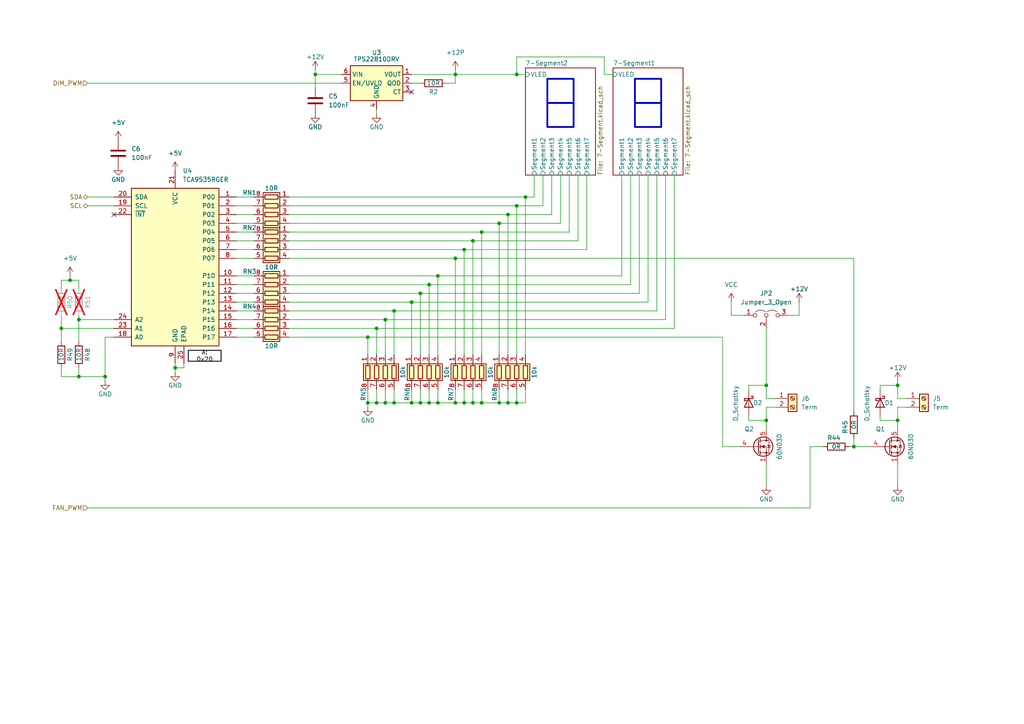
<source format=kicad_sch>
(kicad_sch (version 20231120) (generator "eeschema") (generator_version "8.0")
  (paper "A4")
  (title_block (title "PWM LED Driver") (date "2024-11-11") (rev "00") (company "Ravenspark") (comment 1 "Prototype"))
  (lib_symbols
    (symbol "Connector:Screw_Terminal_01x02" (pin_names (offset 1.016) hide)
      (property "Reference" "J" (at 0 2.54 0))
      (property "Value" "Screw_Terminal_01x02" (at 0 -5.08 0))
      (symbol "Screw_Terminal_01x02_1_1"
        (rectangle (start -1.27 1.27) (end 1.27 -3.81) (stroke (width 0.254)) (fill (type background)))
        (circle (center 0 -2.54) (radius 0.635) (stroke (width 0.1524)))
        (polyline (pts (xy -0.5334 -2.2098) (xy 0.3302 -3.048)) (stroke (width 0.1524)))
        (polyline (pts (xy -0.5334 0.3302) (xy 0.3302 -0.508)) (stroke (width 0.1524)))
        (polyline (pts (xy -0.3556 -2.032) (xy 0.508 -2.8702)) (stroke (width 0.1524)))
        (polyline (pts (xy -0.3556 0.508) (xy 0.508 -0.3302)) (stroke (width 0.1524)))
        (circle (center 0 0) (radius 0.635) (stroke (width 0.1524)))
        (pin passive line (at -5.08 0 0) (length 3.81) (name "Pin_1") (number "1"))
        (pin passive line (at -5.08 -2.54 0) (length 3.81) (name "Pin_2") (number "2"))
      )
    )
    (symbol "Device:C" (pin_numbers hide) (pin_names (offset 0.254))
      (property "Reference" "C" (at 0.635 2.54 0))
      (property "Value" "C" (at 0.635 -2.54 0))
      (symbol "C_0_1"
        (polyline (pts (xy -2.032 -0.762) (xy 2.032 -0.762)) (stroke (width 0.508)))
        (polyline (pts (xy -2.032 0.762) (xy 2.032 0.762)) (stroke (width 0.508)))
      )
      (symbol "C_1_1"
        (pin passive line (at 0 3.81 270) (length 2.794) (name "~") (number "1"))
        (pin passive line (at 0 -3.81 90) (length 2.794) (name "~") (number "2"))
      )
    )
    (symbol "Device:D_Schottky" (pin_numbers hide) (pin_names (offset 1.016) hide)
      (property "Reference" "D" (at 0 2.54 0))
      (property "Value" "D_Schottky" (at 0 -2.54 0))
      (symbol "D_Schottky_0_1"
        (polyline (pts (xy 1.27 0) (xy -1.27 0)))
        (polyline (pts (xy 1.27 1.27) (xy 1.27 -1.27) (xy -1.27 0) (xy 1.27 1.27)) (stroke (width 0.254)))
        (polyline (pts (xy -1.905 0.635) (xy -1.905 1.27) (xy -1.27 1.27) (xy -1.27 -1.27) (xy -0.635 -1.27) (xy -0.635 -0.635)) (stroke (width 0.254)))
      )
      (symbol "D_Schottky_1_1"
        (pin passive line (at -3.81 0 0) (length 2.54) (name "K") (number "1"))
        (pin passive line (at 3.81 0 180) (length 2.54) (name "A") (number "2"))
      )
    )
    (symbol "Device:R" (pin_numbers hide) (pin_names (offset 0))
      (property "Reference" "R" (at 2.032 0 90))
      (property "Value" "R" (at 0 0 90))
      (symbol "R_0_1"
        (rectangle (start -1.016 -2.54) (end 1.016 2.54) (stroke (width 0.254)))
      )
      (symbol "R_1_1"
        (pin passive line (at 0 3.81 270) (length 1.27) (name "~") (number "1"))
        (pin passive line (at 0 -3.81 90) (length 1.27) (name "~") (number "2"))
      )
    )
    (symbol "Device:R_Pack04" (pin_names (offset 0) hide)
      (property "Reference" "RN" (at -7.62 0 90))
      (property "Value" "R_Pack04" (at 5.08 0 90))
      (symbol "R_Pack04_0_1"
        (rectangle (start -6.35 -2.413) (end 3.81 2.413) (stroke (width 0.254)) (fill (type background)))
        (rectangle (start -5.715 1.905) (end -4.445 -1.905) (stroke (width 0.254)))
        (rectangle (start -3.175 1.905) (end -1.905 -1.905) (stroke (width 0.254)))
        (rectangle (start -0.635 1.905) (end 0.635 -1.905) (stroke (width 0.254)))
        (polyline (pts (xy -5.08 -2.54) (xy -5.08 -1.905)))
        (polyline (pts (xy -5.08 1.905) (xy -5.08 2.54)))
        (polyline (pts (xy -2.54 -2.54) (xy -2.54 -1.905)))
        (polyline (pts (xy -2.54 1.905) (xy -2.54 2.54)))
        (polyline (pts (xy 0 -2.54) (xy 0 -1.905)))
        (polyline (pts (xy 0 1.905) (xy 0 2.54)))
        (polyline (pts (xy 2.54 -2.54) (xy 2.54 -1.905)))
        (polyline (pts (xy 2.54 1.905) (xy 2.54 2.54)))
        (rectangle (start 1.905 1.905) (end 3.175 -1.905) (stroke (width 0.254)))
      )
      (symbol "R_Pack04_1_1"
        (pin passive line (at -5.08 -5.08 90) (length 2.54) (name "R1.1") (number "1"))
        (pin passive line (at -2.54 -5.08 90) (length 2.54) (name "R2.1") (number "2"))
        (pin passive line (at 0 -5.08 90) (length 2.54) (name "R3.1") (number "3"))
        (pin passive line (at 2.54 -5.08 90) (length 2.54) (name "R4.1") (number "4"))
        (pin passive line (at 2.54 5.08 270) (length 2.54) (name "R4.2") (number "5"))
        (pin passive line (at 0 5.08 270) (length 2.54) (name "R3.2") (number "6"))
        (pin passive line (at -2.54 5.08 270) (length 2.54) (name "R2.2") (number "7"))
        (pin passive line (at -5.08 5.08 270) (length 2.54) (name "R1.2") (number "8"))
      )
    )
    (symbol "Interface_Expansion:TCA9535RGER" (pin_names (offset 1.016))
      (property "Reference" "U" (at -11.43 24.13 0))
      (property "Value" "TCA9535RGER" (at 0 0 0))
      (symbol "TCA9535RGER_0_1"
        (rectangle (start -12.7 22.86) (end 12.7 -22.86) (stroke (width 0.254)) (fill (type background)))
      )
      (symbol "TCA9535RGER_1_1"
        (pin bidirectional line (at 17.78 20.32 180) (length 5.08) (name "P00") (number "1"))
        (pin bidirectional line (at 17.78 -2.54 180) (length 5.08) (name "P10") (number "10"))
        (pin bidirectional line (at 17.78 -5.08 180) (length 5.08) (name "P11") (number "11"))
        (pin bidirectional line (at 17.78 -7.62 180) (length 5.08) (name "P12") (number "12"))
        (pin bidirectional line (at 17.78 -10.16 180) (length 5.08) (name "P13") (number "13"))
        (pin bidirectional line (at 17.78 -12.7 180) (length 5.08) (name "P14") (number "14"))
        (pin bidirectional line (at 17.78 -15.24 180) (length 5.08) (name "P15") (number "15"))
        (pin bidirectional line (at 17.78 -17.78 180) (length 5.08) (name "P16") (number "16"))
        (pin bidirectional line (at 17.78 -20.32 180) (length 5.08) (name "P17") (number "17"))
        (pin input line (at -17.78 -20.32 0) (length 5.08) (name "A0") (number "18"))
        (pin input line (at -17.78 17.78 0) (length 5.08) (name "SCL") (number "19"))
        (pin bidirectional line (at 17.78 17.78 180) (length 5.08) (name "P01") (number "2"))
        (pin bidirectional line (at -17.78 20.32 0) (length 5.08) (name "SDA") (number "20"))
        (pin power_in line (at 0 27.94 270) (length 5.08) (name "VCC") (number "21"))
        (pin open_collector line (at -17.78 15.24 0) (length 5.08) (name "~{INT}") (number "22"))
        (pin input line (at -17.78 -17.78 0) (length 5.08) (name "A1") (number "23"))
        (pin input line (at -17.78 -15.24 0) (length 5.08) (name "A2") (number "24"))
        (pin input line (at 2.54 -27.94 90) (length 5.08) (name "EPAD") (number "25"))
        (pin bidirectional line (at 17.78 15.24 180) (length 5.08) (name "P02") (number "3"))
        (pin bidirectional line (at 17.78 12.7 180) (length 5.08) (name "P03") (number "4"))
        (pin bidirectional line (at 17.78 10.16 180) (length 5.08) (name "P04") (number "5"))
        (pin bidirectional line (at 17.78 7.62 180) (length 5.08) (name "P05") (number "6"))
        (pin bidirectional line (at 17.78 5.08 180) (length 5.08) (name "P06") (number "7"))
        (pin bidirectional line (at 17.78 2.54 180) (length 5.08) (name "P07") (number "8"))
        (pin power_in line (at 0 -27.94 90) (length 5.08) (name "GND") (number "9"))
      )
    )
    (symbol "Jumper:Jumper_3_Open" (pin_names (offset 0) hide) (exclude_from_sim yes) (in_bom no)
      (property "Reference" "JP" (at -2.54 -2.54 0))
      (property "Value" "Jumper_3_Open" (at 0 2.794 0))
      (symbol "Jumper_3_Open_0_0"
        (circle (center -3.302 0) (radius 0.508))
        (circle (center 0 0) (radius 0.508))
        (circle (center 3.302 0) (radius 0.508))
      )
      (symbol "Jumper_3_Open_0_1"
        (arc (start -0.254 1.016) (mid -1.651 1.4992) (end -3.048 1.016))
        (polyline (pts (xy 0 -0.508) (xy 0 -1.27)))
        (arc (start 3.048 1.016) (mid 1.651 1.4992) (end 0.254 1.016))
      )
      (symbol "Jumper_3_Open_1_1"
        (pin passive line (at -6.35 0 0) (length 2.54) (name "A") (number "1"))
        (pin passive line (at 0 -3.81 90) (length 2.54) (name "C") (number "2"))
        (pin passive line (at 6.35 0 180) (length 2.54) (name "B") (number "3"))
      )
    )
    (symbol "Power_Management:TPS22810DRV"
      (property "Reference" "U" (at -6.35 6.35 0))
      (property "Value" "TPS22810DRV" (at 7.62 -6.35 0))
      (symbol "TPS22810DRV_1_1"
        (rectangle (start -7.62 5.08) (end 7.62 -5.08) (stroke (width 0.254)) (fill (type background)))
        (pin power_out line (at 10.16 2.54 180) (length 2.54) (name "VOUT") (number "1"))
        (pin open_collector line (at 10.16 0 180) (length 2.54) (name "QOD") (number "2"))
        (pin output line (at 10.16 -2.54 180) (length 2.54) (name "CT") (number "3"))
        (pin power_in line (at 0 -7.62 90) (length 2.54) (name "GND") (number "4"))
        (pin input line (at -10.16 0 0) (length 2.54) (name "EN/UVLO") (number "5"))
        (pin power_in line (at -10.16 2.54 0) (length 2.54) (name "VIN") (number "6"))
        (pin passive line (at 0 -7.62 90) (length 2.54) hide (name "GND") (number "7"))
      )
    )
    (symbol "Ravenspark:60N03D" (pin_names (offset 0) hide)
      (property "Reference" "Q7" (at -3.81 5.08 0))
      (property "Value" "60N03D" (at 6.35 -3.81 90))
      (symbol "60N03D_0_1"
        (polyline (pts (xy 0.254 0) (xy -2.54 0)))
        (polyline (pts (xy 0.254 1.905) (xy 0.254 -1.905)) (stroke (width 0.254)))
        (polyline (pts (xy 0.762 -1.27) (xy 0.762 -2.286)) (stroke (width 0.254)))
        (polyline (pts (xy 0.762 0.508) (xy 0.762 -0.508)) (stroke (width 0.254)))
        (polyline (pts (xy 0.762 2.286) (xy 0.762 1.27)) (stroke (width 0.254)))
        (polyline (pts (xy 2.54 2.54) (xy 2.54 1.778)))
        (polyline (pts (xy 2.54 -2.54) (xy 2.54 0) (xy 0.762 0)))
        (polyline (pts (xy 0.762 -1.778) (xy 3.302 -1.778) (xy 3.302 1.778) (xy 0.762 1.778)))
        (polyline (pts (xy 1.016 0) (xy 2.032 0.381) (xy 2.032 -0.381) (xy 1.016 0)) (fill (type outline)))
        (polyline (pts (xy 2.794 0.508) (xy 2.921 0.381) (xy 3.683 0.381) (xy 3.81 0.254)))
        (polyline (pts (xy 3.302 0.381) (xy 2.921 -0.254) (xy 3.683 -0.254) (xy 3.302 0.381)))
        (circle (center 1.651 0) (radius 2.794) (stroke (width 0.254)))
        (circle (center 2.54 -1.778) (radius 0.254) (fill (type outline)))
        (circle (center 2.54 1.778) (radius 0.254) (fill (type outline)))
      )
      (symbol "60N03D_1_0"
        (pin input line (at -5.08 0 0) (length 2.54) (name "G") (number "4"))
        (pin passive line (at 2.54 5.08 270) (length 2.54) (name "D") (number "5"))
      )
      (symbol "60N03D_1_1"
        (pin passive line (at 2.54 -5.08 90) (length 2.54) (name "S") (number "1"))
        (pin passive line (at 2.54 -5.08 90) (length 5.08) hide (name "S") (number "2"))
        (pin passive line (at 2.54 -5.08 90) (length 2.54) hide (name "S") (number "3"))
      )
    )
    (symbol "power:+12P" (power) (pin_numbers hide) (pin_names (offset 0) hide)
      (property "Value" "+12P" (at 0 3.556 0))
      (symbol "+12P_0_1"
        (polyline (pts (xy -0.762 1.27) (xy 0 2.54)))
        (polyline (pts (xy 0 0) (xy 0 2.54)))
        (polyline (pts (xy 0 2.54) (xy 0.762 1.27)))
      )
      (symbol "+12P_1_1"
        (pin power_in line (at 0 0 90) (length 0) (name "~") (number "1"))
      )
    )
    (symbol "power:+12V" (power) (pin_numbers hide) (pin_names (offset 0) hide)
      (property "Value" "+12V" (at 0 3.556 0))
      (symbol "+12V_0_1"
        (polyline (pts (xy -0.762 1.27) (xy 0 2.54)))
        (polyline (pts (xy 0 0) (xy 0 2.54)))
        (polyline (pts (xy 0 2.54) (xy 0.762 1.27)))
      )
      (symbol "+12V_1_1"
        (pin power_in line (at 0 0 90) (length 0) (name "~") (number "1"))
      )
    )
    (symbol "power:+5V" (power) (pin_numbers hide) (pin_names (offset 0) hide)
      (property "Value" "+5V" (at 0 3.556 0))
      (symbol "+5V_0_1"
        (polyline (pts (xy -0.762 1.27) (xy 0 2.54)))
        (polyline (pts (xy 0 0) (xy 0 2.54)))
        (polyline (pts (xy 0 2.54) (xy 0.762 1.27)))
      )
      (symbol "+5V_1_1"
        (pin power_in line (at 0 0 90) (length 0) (name "~") (number "1"))
      )
    )
    (symbol "power:GND" (power) (pin_numbers hide) (pin_names (offset 0) hide)
      (property "Value" "GND" (at 0 -3.81 0))
      (symbol "GND_0_1"
        (polyline (pts (xy 0 0) (xy 0 -1.27) (xy 1.27 -1.27) (xy 0 -2.54) (xy -1.27 -1.27) (xy 0 -1.27)))
      )
      (symbol "GND_1_1"
        (pin power_in line (at 0 0 270) (length 0) (name "~") (number "1"))
      )
    )
    (symbol "power:VCC" (power) (pin_numbers hide) (pin_names (offset 0) hide)
      (property "Value" "VCC" (at 0 3.556 0))
      (symbol "VCC_0_1"
        (polyline (pts (xy -0.762 1.27) (xy 0 2.54)))
        (polyline (pts (xy 0 0) (xy 0 2.54)))
        (polyline (pts (xy 0 2.54) (xy 0.762 1.27)))
      )
      (symbol "VCC_1_1"
        (pin power_in line (at 0 0 90) (length 0) (name "~") (number "1"))
      )
    )
  )
  (junction (at 260.35 111.76))
  (junction (at 127 80.01))
  (junction (at 20.32 81.28))
  (junction (at 114.3 116.84))
  (junction (at 124.46 116.84))
  (junction (at 149.86 59.69))
  (junction (at 152.4 57.15))
  (junction (at 109.22 95.25))
  (junction (at 137.16 69.85))
  (junction (at 127 116.84))
  (junction (at 114.3 90.17))
  (junction (at 121.92 85.09))
  (junction (at 106.68 97.79))
  (junction (at 137.16 116.84))
  (junction (at 144.78 64.77))
  (junction (at 111.76 92.71))
  (junction (at 260.35 121.92))
  (junction (at 132.08 21.59))
  (junction (at 222.25 111.76))
  (junction (at 124.46 82.55))
  (junction (at 149.86 116.84))
  (junction (at 106.68 116.84))
  (junction (at 22.86 109.22))
  (junction (at 132.08 74.93))
  (junction (at 134.62 116.84))
  (junction (at 121.92 116.84))
  (junction (at 17.78 95.25))
  (junction (at 50.8 106.68))
  (junction (at 147.32 62.23))
  (junction (at 119.38 116.84))
  (junction (at 139.7 116.84))
  (junction (at 222.25 121.92))
  (junction (at 119.38 87.63))
  (junction (at 91.44 21.59))
  (junction (at 132.08 116.84))
  (junction (at 30.48 109.22))
  (junction (at 139.7 67.31))
  (junction (at 149.86 21.59))
  (junction (at 134.62 72.39))
  (junction (at 147.32 116.84))
  (junction (at 22.86 92.71))
  (junction (at 109.22 116.84))
  (junction (at 111.76 116.84))
  (junction (at 247.65 129.54))
  (junction (at 144.78 116.84))
  (no_connect (at 33.02 62.23))
  (no_connect (at 119.38 26.67))
  (wire (pts (xy 30.48 97.79) (xy 30.48 109.22)))
  (wire (pts (xy 121.92 85.09) (xy 185.42 85.09)))
  (wire (pts (xy 83.82 92.71) (xy 111.76 92.71)))
  (wire (pts (xy 127 80.01) (xy 180.34 80.01)))
  (wire (pts (xy 149.86 21.59) (xy 152.4 21.59)))
  (wire (pts (xy 73.66 97.79) (xy 68.58 97.79)))
  (wire (pts (xy 83.82 64.77) (xy 144.78 64.77)))
  (wire (pts (xy 137.16 113.03) (xy 137.16 116.84)))
  (wire (pts (xy 149.86 113.03) (xy 149.86 116.84)))
  (wire (pts (xy 20.32 81.28) (xy 22.86 81.28)))
  (wire (pts (xy 121.92 85.09) (xy 121.92 102.87)))
  (wire (pts (xy 83.82 67.31) (xy 139.7 67.31)))
  (wire (pts (xy 144.78 64.77) (xy 144.78 102.87)))
  (wire (pts (xy 182.88 50.8) (xy 182.88 82.55)))
  (wire (pts (xy 149.86 21.59) (xy 149.86 16.51)))
  (wire (pts (xy 25.4 24.13) (xy 99.06 24.13)))
  (wire (pts (xy 149.86 16.51) (xy 175.26 16.51)))
  (wire (pts (xy 247.65 129.54) (xy 252.73 129.54)))
  (wire (pts (xy 134.62 72.39) (xy 134.62 102.87)))
  (wire (pts (xy 149.86 59.69) (xy 149.86 102.87)))
  (wire (pts (xy 68.58 69.85) (xy 73.66 69.85)))
  (wire (pts (xy 222.25 134.62) (xy 222.25 140.97)))
  (wire (pts (xy 22.86 109.22) (xy 30.48 109.22)))
  (wire (pts (xy 137.16 116.84) (xy 139.7 116.84)))
  (wire (pts (xy 139.7 67.31) (xy 139.7 102.87)))
  (wire (pts (xy 175.26 21.59) (xy 177.8 21.59)))
  (wire (pts (xy 22.86 91.44) (xy 22.86 92.71)))
  (wire (pts (xy 162.56 64.77) (xy 162.56 50.8)))
  (wire (pts (xy 134.62 116.84) (xy 137.16 116.84)))
  (wire (pts (xy 119.38 87.63) (xy 119.38 102.87)))
  (wire (pts (xy 217.17 120.65) (xy 217.17 121.92)))
  (wire (pts (xy 20.32 80.01) (xy 20.32 81.28)))
  (wire (pts (xy 111.76 92.71) (xy 111.76 102.87)))
  (wire (pts (xy 152.4 113.03) (xy 152.4 116.84)))
  (wire (pts (xy 144.78 113.03) (xy 144.78 116.84)))
  (wire (pts (xy 260.35 121.92) (xy 260.35 124.46)))
  (wire (pts (xy 238.76 129.54) (xy 234.95 129.54)))
  (wire (pts (xy 106.68 116.84) (xy 106.68 113.03)))
  (wire (pts (xy 212.09 91.44) (xy 215.9 91.44)))
  (wire (pts (xy 109.22 31.75) (xy 109.22 33.02)))
  (wire (pts (xy 68.58 87.63) (xy 73.66 87.63)))
  (wire (pts (xy 144.78 64.77) (xy 162.56 64.77)))
  (wire (pts (xy 83.82 59.69) (xy 149.86 59.69)))
  (wire (pts (xy 83.82 90.17) (xy 114.3 90.17)))
  (wire (pts (xy 111.76 92.71) (xy 193.04 92.71)))
  (wire (pts (xy 246.38 129.54) (xy 247.65 129.54)))
  (wire (pts (xy 209.55 129.54) (xy 214.63 129.54)))
  (wire (pts (xy 255.27 121.92) (xy 260.35 121.92)))
  (wire (pts (xy 22.86 83.82) (xy 22.86 81.28)))
  (wire (pts (xy 53.34 106.68) (xy 50.8 106.68)))
  (wire (pts (xy 255.27 111.76) (xy 260.35 111.76)))
  (wire (pts (xy 83.82 87.63) (xy 119.38 87.63)))
  (wire (pts (xy 83.82 57.15) (xy 152.4 57.15)))
  (wire (pts (xy 119.38 116.84) (xy 121.92 116.84)))
  (wire (pts (xy 17.78 106.68) (xy 17.78 109.22)))
  (wire (pts (xy 91.44 21.59) (xy 91.44 25.4)))
  (wire (pts (xy 247.65 74.93) (xy 132.08 74.93)))
  (wire (pts (xy 83.82 80.01) (xy 127 80.01)))
  (wire (pts (xy 109.22 113.03) (xy 109.22 116.84)))
  (wire (pts (xy 30.48 97.79) (xy 33.02 97.79)))
  (wire (pts (xy 137.16 69.85) (xy 137.16 102.87)))
  (wire (pts (xy 152.4 57.15) (xy 154.94 57.15)))
  (wire (pts (xy 119.38 87.63) (xy 187.96 87.63)))
  (wire (pts (xy 154.94 50.8) (xy 154.94 57.15)))
  (wire (pts (xy 73.66 64.77) (xy 68.58 64.77)))
  (wire (pts (xy 209.55 97.79) (xy 209.55 129.54)))
  (wire (pts (xy 255.27 120.65) (xy 255.27 121.92)))
  (wire (pts (xy 132.08 21.59) (xy 132.08 24.13)))
  (wire (pts (xy 129.54 24.13) (xy 132.08 24.13)))
  (wire (pts (xy 262.89 115.57) (xy 260.35 115.57)))
  (wire (pts (xy 217.17 113.03) (xy 217.17 111.76)))
  (wire (pts (xy 53.34 105.41) (xy 53.34 106.68)))
  (wire (pts (xy 231.775 87.63) (xy 231.775 91.44)))
  (wire (pts (xy 83.82 85.09) (xy 121.92 85.09)))
  (wire (pts (xy 22.86 92.71) (xy 22.86 99.06)))
  (wire (pts (xy 134.62 72.39) (xy 170.18 72.39)))
  (wire (pts (xy 68.58 72.39) (xy 73.66 72.39)))
  (wire (pts (xy 73.66 57.15) (xy 68.58 57.15)))
  (wire (pts (xy 222.25 121.92) (xy 222.25 124.46)))
  (wire (pts (xy 73.66 85.09) (xy 68.58 85.09)))
  (wire (pts (xy 132.08 113.03) (xy 132.08 116.84)))
  (wire (pts (xy 175.26 16.51) (xy 175.26 21.59)))
  (wire (pts (xy 17.78 81.28) (xy 17.78 83.82)))
  (wire (pts (xy 152.4 116.84) (xy 149.86 116.84)))
  (wire (pts (xy 124.46 113.03) (xy 124.46 116.84)))
  (wire (pts (xy 83.82 82.55) (xy 124.46 82.55)))
  (wire (pts (xy 17.78 91.44) (xy 17.78 95.25)))
  (wire (pts (xy 114.3 90.17) (xy 190.5 90.17)))
  (wire (pts (xy 193.04 50.8) (xy 193.04 92.71)))
  (wire (pts (xy 127 116.84) (xy 132.08 116.84)))
  (wire (pts (xy 231.775 91.44) (xy 228.6 91.44)))
  (wire (pts (xy 83.82 69.85) (xy 137.16 69.85)))
  (wire (pts (xy 22.86 109.22) (xy 17.78 109.22)))
  (wire (pts (xy 111.76 113.03) (xy 111.76 116.84)))
  (wire (pts (xy 147.32 62.23) (xy 147.32 102.87)))
  (wire (pts (xy 30.48 109.22) (xy 30.48 110.49)))
  (wire (pts (xy 83.82 95.25) (xy 109.22 95.25)))
  (wire (pts (xy 99.06 21.59) (xy 91.44 21.59)))
  (wire (pts (xy 106.68 116.84) (xy 109.22 116.84)))
  (wire (pts (xy 260.35 118.11) (xy 262.89 118.11)))
  (wire (pts (xy 68.58 92.71) (xy 73.66 92.71)))
  (wire (pts (xy 114.3 113.03) (xy 114.3 116.84)))
  (wire (pts (xy 106.68 116.84) (xy 106.68 118.11)))
  (wire (pts (xy 22.86 92.71) (xy 33.02 92.71)))
  (wire (pts (xy 121.92 113.03) (xy 121.92 116.84)))
  (wire (pts (xy 22.86 106.68) (xy 22.86 109.22)))
  (wire (pts (xy 124.46 82.55) (xy 182.88 82.55)))
  (wire (pts (xy 222.25 111.76) (xy 222.25 115.57)))
  (wire (pts (xy 255.27 113.03) (xy 255.27 111.76)))
  (wire (pts (xy 109.22 95.25) (xy 109.22 102.87)))
  (wire (pts (xy 170.18 50.8) (xy 170.18 72.39)))
  (wire (pts (xy 124.46 82.55) (xy 124.46 102.87)))
  (wire (pts (xy 147.32 62.23) (xy 160.02 62.23)))
  (wire (pts (xy 247.65 119.38) (xy 247.65 74.93)))
  (wire (pts (xy 50.8 106.68) (xy 50.8 107.95)))
  (wire (pts (xy 132.08 116.84) (xy 134.62 116.84)))
  (wire (pts (xy 68.58 95.25) (xy 73.66 95.25)))
  (wire (pts (xy 68.58 80.01) (xy 73.66 80.01)))
  (wire (pts (xy 134.62 113.03) (xy 134.62 116.84)))
  (wire (pts (xy 111.76 116.84) (xy 114.3 116.84)))
  (wire (pts (xy 83.82 97.79) (xy 106.68 97.79)))
  (wire (pts (xy 152.4 57.15) (xy 152.4 102.87)))
  (wire (pts (xy 187.96 50.8) (xy 187.96 87.63)))
  (wire (pts (xy 91.44 21.59) (xy 91.44 20.32)))
  (wire (pts (xy 83.82 72.39) (xy 134.62 72.39)))
  (wire (pts (xy 121.92 116.84) (xy 124.46 116.84)))
  (wire (pts (xy 73.66 59.69) (xy 68.58 59.69)))
  (wire (pts (xy 144.78 116.84) (xy 147.32 116.84)))
  (wire (pts (xy 222.25 121.92) (xy 222.25 118.11)))
  (wire (pts (xy 217.17 111.76) (xy 222.25 111.76)))
  (wire (pts (xy 106.68 97.79) (xy 106.68 102.87)))
  (wire (pts (xy 106.68 97.79) (xy 209.55 97.79)))
  (wire (pts (xy 157.48 59.69) (xy 157.48 50.8)))
  (wire (pts (xy 149.86 59.69) (xy 157.48 59.69)))
  (wire (pts (xy 222.25 118.11) (xy 224.79 118.11)))
  (wire (pts (xy 83.82 74.93) (xy 132.08 74.93)))
  (wire (pts (xy 260.35 110.49) (xy 260.35 111.76)))
  (wire (pts (xy 139.7 113.03) (xy 139.7 116.84)))
  (wire (pts (xy 73.66 90.17) (xy 68.58 90.17)))
  (wire (pts (xy 139.7 67.31) (xy 165.1 67.31)))
  (wire (pts (xy 165.1 50.8) (xy 165.1 67.31)))
  (wire (pts (xy 222.25 95.25) (xy 222.25 111.76)))
  (wire (pts (xy 212.09 87.63) (xy 212.09 91.44)))
  (wire (pts (xy 260.35 111.76) (xy 260.35 115.57)))
  (wire (pts (xy 195.58 95.25) (xy 109.22 95.25)))
  (wire (pts (xy 139.7 116.84) (xy 144.78 116.84)))
  (wire (pts (xy 119.38 21.59) (xy 132.08 21.59)))
  (wire (pts (xy 185.42 50.8) (xy 185.42 85.09)))
  (wire (pts (xy 25.4 57.15) (xy 33.02 57.15)))
  (wire (pts (xy 50.8 105.41) (xy 50.8 106.68)))
  (wire (pts (xy 127 113.03) (xy 127 116.84)))
  (wire (pts (xy 147.32 116.84) (xy 149.86 116.84)))
  (wire (pts (xy 247.65 129.54) (xy 247.65 127)))
  (wire (pts (xy 234.95 129.54) (xy 234.95 147.32)))
  (wire (pts (xy 17.78 81.28) (xy 20.32 81.28)))
  (wire (pts (xy 260.35 121.92) (xy 260.35 118.11)))
  (wire (pts (xy 217.17 121.92) (xy 222.25 121.92)))
  (wire (pts (xy 260.35 134.62) (xy 260.35 140.97)))
  (wire (pts (xy 167.64 69.85) (xy 167.64 50.8)))
  (wire (pts (xy 119.38 24.13) (xy 121.92 24.13)))
  (wire (pts (xy 114.3 90.17) (xy 114.3 102.87)))
  (wire (pts (xy 137.16 69.85) (xy 167.64 69.85)))
  (wire (pts (xy 25.4 59.69) (xy 33.02 59.69)))
  (wire (pts (xy 132.08 21.59) (xy 149.86 21.59)))
  (wire (pts (xy 25.4 147.32) (xy 234.95 147.32)))
  (wire (pts (xy 73.66 62.23) (xy 68.58 62.23)))
  (wire (pts (xy 33.02 95.25) (xy 17.78 95.25)))
  (wire (pts (xy 124.46 116.84) (xy 127 116.84)))
  (wire (pts (xy 190.5 50.8) (xy 190.5 90.17)))
  (wire (pts (xy 127 80.01) (xy 127 102.87)))
  (wire (pts (xy 68.58 82.55) (xy 73.66 82.55)))
  (wire (pts (xy 83.82 62.23) (xy 147.32 62.23)))
  (wire (pts (xy 224.79 115.57) (xy 222.25 115.57)))
  (wire (pts (xy 17.78 95.25) (xy 17.78 99.06)))
  (wire (pts (xy 68.58 67.31) (xy 73.66 67.31)))
  (wire (pts (xy 147.32 113.03) (xy 147.32 116.84)))
  (wire (pts (xy 132.08 74.93) (xy 132.08 102.87)))
  (wire (pts (xy 119.38 113.03) (xy 119.38 116.84)))
  (wire (pts (xy 180.34 50.8) (xy 180.34 80.01)))
  (wire (pts (xy 109.22 116.84) (xy 111.76 116.84)))
  (wire (pts (xy 132.08 20.32) (xy 132.08 21.59)))
  (wire (pts (xy 160.02 50.8) (xy 160.02 62.23)))
  (wire (pts (xy 68.58 74.93) (xy 73.66 74.93)))
  (wire (pts (xy 195.58 50.8) (xy 195.58 95.25)))
  (wire (pts (xy 114.3 116.84) (xy 119.38 116.84)))
  (rectangle (start 184.15 29.845) (end 191.77 36.83) (stroke (width 0.508)))
  (rectangle (start 158.75 29.845) (end 166.37 36.83) (stroke (width 0.508)))
  (rectangle (start 184.15 22.86) (end 191.77 29.845) (stroke (width 0.508)))
  (rectangle (start 158.75 22.86) (end 166.37 29.845) (stroke (width 0.508)))
  (text_box "A: 0x20" (at 54.61 101.6 0) (size 9.525 3.175) (stroke (width 0.254) (color 0 0 0 1)) (effects (font (size 1.27 1.27))))
  (hierarchical_label "SCL" (shape bidirectional) (at 25.4 59.69 180))
  (hierarchical_label "DIM_PWM" (shape input) (at 25.4 24.13 180))
  (hierarchical_label "SDA" (shape bidirectional) (at 25.4 57.15 180))
  (hierarchical_label "FAN_PWM" (shape input) (at 25.4 147.32 180))
  (symbol (lib_id "Connector:Screw_Terminal_01x02") (at 229.87 115.57 0) (unit 1)
    (property "Reference" "J6" (at 232.41 115.5699 0) (effects (justify left)))
    (property "Value" "Term" (at 232.41 118.1099 0) (effects (justify left)))
    (property "Footprint" "Connector_Phoenix_MC:PhoenixContact_MC_1,5_2-G-3.5_1x02_P3.50mm_Horizontal" (effects (hide yes)))
    (property "Description" "Generic screw terminal, single row, 01x02, script generated (kicad-library-utils/schlib/autogen/connector/)" (effects (hide yes)))
  )
  (symbol (lib_id "Ravenspark:60N03D") (at 257.81 129.54 0) (unit 1)
    (property "Reference" "Q1" (at 254 124.46 0) (effects (justify left)))
    (property "Value" "60N03D" (at 264.16 133.35 90) (effects (justify left)))
    (property "Footprint" "Package_SON:VSON-8_3.3x3.3mm_P0.65mm_NexFET" (effects (hide yes)))
    (property "Description" "N-MOSFET transistor, source/gate/drain" (effects (hide yes)))
  )
  (symbol (lib_id "power:+12P") (at 132.08 20.32 0) (unit 1)
    (property "Reference" "#PWR018" (effects (hide yes)))
    (property "Value" "+12P" (at 132.08 15.24 0))
    (property "Description" "Power symbol creates a global label with name \"+12P\"" (effects (hide yes)))
  )
  (symbol (lib_id "power:GND") (at 30.48 110.49 0) (unit 1)
    (property "Reference" "#PWR026" (effects (hide yes)))
    (property "Value" "GND" (at 30.48 114.3 0))
    (property "Description" "Power symbol creates a global label with name \"GND\" , ground" (effects (hide yes)))
  )
  (symbol (lib_id "Power_Management:TPS22810DRV") (at 109.22 24.13 0) (unit 1)
    (property "Reference" "U3" (at 109.22 15.24 0))
    (property "Value" "TPS22810DRV" (at 109.22 17.145 0))
    (property "Footprint" "Package_SON:WSON-6-1EP_2x2mm_P0.65mm_EP1x1.6mm" (effects (hide yes)))
    (property "Datasheet" "http://www.ti.com/lit/ds/symlink/tps22810.pdf" (effects (hide yes)))
    (property "Description" "2.7-18V, 79mohms On-Resistance Load Switch With Thermal Protection, WSON-6" (effects (hide yes)))
  )
  (symbol (lib_id "Jumper:Jumper_3_Open") (at 222.25 91.44 0) (unit 1) (exclude_from_sim yes) (in_bom no)
    (property "Reference" "JP2" (at 222.25 85.09 0))
    (property "Value" "Jumper_3_Open" (at 222.25 87.63 0))
    (property "Footprint" "Connector_PinHeader_2.54mm:PinHeader_1x03_P2.54mm_Vertical" (effects (hide yes)))
    (property "Description" "Jumper, 3-pole, both open" (effects (hide yes)))
  )
  (symbol (lib_id "power:+5V") (at 20.32 80.01 0) (unit 1)
    (property "Reference" "#PWR069" (effects (hide yes)))
    (property "Value" "+5V" (at 20.32 74.93 0))
    (property "Description" "Power symbol creates a global label with name \"+5V\"" (effects (hide yes)))
  )
  (symbol (lib_id "power:GND") (at 260.35 140.97 0) (unit 1)
    (property "Reference" "#PWR030" (effects (hide yes)))
    (property "Value" "GND" (at 260.35 144.78 0))
    (property "Description" "Power symbol creates a global label with name \"GND\" , ground" (effects (hide yes)))
  )
  (symbol (lib_id "Device:D_Schottky") (at 217.17 116.84 270) (unit 1)
    (property "Reference" "D2" (at 218.44 116.84 90) (effects (justify left)))
    (property "Value" "D_Schottky" (at 213.36 111.76 0) (effects (justify left)))
    (property "Footprint" "Diode_SMD:D_SMA" (effects (hide yes)))
    (property "Description" "Schottky diode" (effects (hide yes)))
  )
  (symbol (lib_id "power:GND") (at 222.25 140.97 0) (unit 1)
    (property "Reference" "#PWR031" (effects (hide yes)))
    (property "Value" "GND" (at 222.25 144.78 0))
    (property "Description" "Power symbol creates a global label with name \"GND\" , ground" (effects (hide yes)))
  )
  (symbol (lib_id "Device:R") (at 22.86 87.63 0) (unit 1) (dnp yes)
    (property "Reference" "R51" (at 25.4 87.63 90))
    (property "Value" "10R" (at 22.86 87.63 90))
    (property "Footprint" "Resistor_SMD:R_0402_1005Metric" (effects (hide yes)))
    (property "Description" "Resistor" (effects (hide yes)))
  )
  (symbol (lib_id "Device:R_Pack04") (at 137.16 107.95 0) (mirror x) (unit 1)
    (property "Reference" "RN7" (at 130.81 114.3 90))
    (property "Value" "10k" (at 142.24 107.95 90))
    (property "Footprint" "Resistor_SMD:R_Array_Convex_4x0603" (effects (hide yes)))
    (property "Description" "4 resistor network, parallel topology" (effects (hide yes)))
  )
  (symbol (lib_id "Device:R_Pack04") (at 149.86 107.95 0) (mirror x) (unit 1)
    (property "Reference" "RN8" (at 143.51 114.3 90))
    (property "Value" "10k" (at 154.94 107.95 90))
    (property "Footprint" "Resistor_SMD:R_Array_Convex_4x0603" (effects (hide yes)))
    (property "Description" "4 resistor network, parallel topology" (effects (hide yes)))
  )
  (symbol (lib_id "Device:R_Pack04") (at 78.74 62.23 90) (mirror x) (unit 1)
    (property "Reference" "RN1" (at 72.39 55.88 90))
    (property "Value" "10R" (at 78.74 54.61 90))
    (property "Footprint" "Resistor_SMD:R_Array_Convex_4x0603" (effects (hide yes)))
    (property "Description" "4 resistor network, parallel topology" (effects (hide yes)))
  )
  (symbol (lib_id "power:GND") (at 91.44 33.02 0) (unit 1)
    (property "Reference" "#PWR019" (effects (hide yes)))
    (property "Value" "GND" (at 91.44 36.83 0))
    (property "Description" "Power symbol creates a global label with name \"GND\" , ground" (effects (hide yes)))
  )
  (symbol (lib_id "Device:R") (at 125.73 24.13 270) (unit 1)
    (property "Reference" "R2" (at 125.73 26.67 90))
    (property "Value" "10R" (at 125.73 24.13 90))
    (property "Footprint" "Resistor_SMD:R_0603_1608Metric" (effects (hide yes)))
    (property "Description" "Resistor" (effects (hide yes)))
  )
  (symbol (lib_id "Device:R_Pack04") (at 78.74 95.25 90) (mirror x) (unit 1)
    (property "Reference" "RN4" (at 72.39 88.9 90))
    (property "Value" "10R" (at 78.74 100.33 90))
    (property "Footprint" "Resistor_SMD:R_Array_Convex_4x0603" (effects (hide yes)))
    (property "Description" "4 resistor network, parallel topology" (effects (hide yes)))
  )
  (symbol (lib_id "power:+5V") (at 34.29 40.64 0) (unit 1)
    (property "Reference" "#PWR021" (effects (hide yes)))
    (property "Value" "+5V" (at 34.29 35.56 0))
    (property "Description" "Power symbol creates a global label with name \"+5V\"" (effects (hide yes)))
  )
  (symbol (lib_id "power:+12V") (at 260.35 110.49 0) (unit 1)
    (property "Reference" "#PWR028" (effects (hide yes)))
    (property "Value" "+12V" (at 260.35 106.68 0))
    (property "Description" "Power symbol creates a global label with name \"+12V\"" (effects (hide yes)))
  )
  (symbol (lib_id "Device:C") (at 91.44 29.21 0) (unit 1)
    (property "Reference" "C5" (at 95.25 27.9399 0) (effects (justify left)))
    (property "Value" "100nF" (at 95.25 30.4799 0) (effects (justify left)))
    (property "Footprint" "Capacitor_SMD:C_0603_1608Metric" (effects (hide yes)))
    (property "Description" "Unpolarized capacitor" (effects (hide yes)))
  )
  (symbol (lib_id "Device:R") (at 247.65 123.19 180) (unit 1)
    (property "Reference" "R45" (at 245.11 121.92 90) (effects (justify left)))
    (property "Value" "0R" (at 247.65 123.19 90))
    (property "Footprint" "Resistor_SMD:R_0603_1608Metric" (effects (hide yes)))
    (property "Description" "Resistor" (effects (hide yes)))
  )
  (symbol (lib_id "Device:R_Pack04") (at 78.74 85.09 90) (mirror x) (unit 1)
    (property "Reference" "RN3" (at 72.39 78.74 90))
    (property "Value" "10R" (at 78.74 77.47 90))
    (property "Footprint" "Resistor_SMD:R_Array_Convex_4x0603" (effects (hide yes)))
    (property "Description" "4 resistor network, parallel topology" (effects (hide yes)))
  )
  (symbol (lib_id "power:GND") (at 34.29 48.26 0) (unit 1)
    (property "Reference" "#PWR022" (effects (hide yes)))
    (property "Value" "GND" (at 34.29 52.07 0))
    (property "Description" "Power symbol creates a global label with name \"GND\" , ground" (effects (hide yes)))
  )
  (symbol (lib_id "Device:R_Pack04") (at 124.46 107.95 0) (mirror x) (unit 1)
    (property "Reference" "RN6" (at 118.11 114.3 90))
    (property "Value" "10k" (at 129.54 107.95 90))
    (property "Footprint" "Resistor_SMD:R_Array_Convex_4x0603" (effects (hide yes)))
    (property "Description" "4 resistor network, parallel topology" (effects (hide yes)))
  )
  (symbol (lib_id "Device:R_Pack04") (at 111.76 107.95 0) (mirror x) (unit 1)
    (property "Reference" "RN5" (at 105.41 114.3 90))
    (property "Value" "10k" (at 116.84 107.95 90))
    (property "Footprint" "Resistor_SMD:R_Array_Convex_4x0603" (effects (hide yes)))
    (property "Description" "4 resistor network, parallel topology" (effects (hide yes)))
  )
  (symbol (lib_id "Device:R") (at 22.86 102.87 0) (unit 1)
    (property "Reference" "R48" (at 25.4 102.87 90))
    (property "Value" "10R" (at 22.86 102.87 90))
    (property "Footprint" "Resistor_SMD:R_0402_1005Metric" (effects (hide yes)))
    (property "Description" "Resistor" (effects (hide yes)))
  )
  (symbol (lib_id "Device:R") (at 242.57 129.54 90) (unit 1)
    (property "Reference" "R44" (at 243.84 127 90) (effects (justify left)))
    (property "Value" "0R" (at 242.57 129.54 90))
    (property "Footprint" "Resistor_SMD:R_0603_1608Metric" (effects (hide yes)))
    (property "Description" "Resistor" (effects (hide yes)))
  )
  (symbol (lib_id "Device:C") (at 34.29 44.45 0) (unit 1)
    (property "Reference" "C6" (at 38.1 43.1799 0) (effects (justify left)))
    (property "Value" "100nF" (at 38.1 45.7199 0) (effects (justify left)))
    (property "Footprint" "Capacitor_SMD:C_0603_1608Metric" (effects (hide yes)))
    (property "Description" "Unpolarized capacitor" (effects (hide yes)))
  )
  (symbol (lib_id "power:GND") (at 109.22 33.02 0) (unit 1)
    (property "Reference" "#PWR020" (effects (hide yes)))
    (property "Value" "GND" (at 109.22 36.83 0))
    (property "Description" "Power symbol creates a global label with name \"GND\" , ground" (effects (hide yes)))
  )
  (symbol (lib_id "power:GND") (at 50.8 107.95 0) (unit 1)
    (property "Reference" "#PWR027" (effects (hide yes)))
    (property "Value" "GND" (at 50.8 111.76 0))
    (property "Description" "Power symbol creates a global label with name \"GND\" , ground" (effects (hide yes)))
  )
  (symbol (lib_id "Device:R_Pack04") (at 78.74 72.39 90) (mirror x) (unit 1)
    (property "Reference" "RN2" (at 72.39 66.04 90))
    (property "Value" "10R" (at 78.74 77.47 90))
    (property "Footprint" "Resistor_SMD:R_Array_Convex_4x0603" (effects (hide yes)))
    (property "Description" "4 resistor network, parallel topology" (effects (hide yes)))
  )
  (symbol (lib_id "Ravenspark:60N03D") (at 219.71 129.54 0) (unit 1)
    (property "Reference" "Q2" (at 215.9 124.46 0) (effects (justify left)))
    (property "Value" "60N03D" (at 226.06 133.35 90) (effects (justify left)))
    (property "Footprint" "Package_SON:VSON-8_3.3x3.3mm_P0.65mm_NexFET" (effects (hide yes)))
    (property "Description" "N-MOSFET transistor, source/gate/drain" (effects (hide yes)))
  )
  (symbol (lib_id "power:VCC") (at 212.09 87.63 0) (unit 1)
    (property "Reference" "#PWR023" (effects (hide yes)))
    (property "Value" "VCC" (at 212.09 82.55 0))
    (property "Description" "Power symbol creates a global label with name \"VCC\"" (effects (hide yes)))
  )
  (symbol (lib_id "Interface_Expansion:TCA9535RGER") (at 50.8 77.47 0) (unit 1)
    (property "Reference" "U4" (at 52.9941 49.53 0) (effects (justify left)))
    (property "Value" "TCA9535RGER" (at 52.9941 52.07 0) (effects (justify left)))
    (property "Footprint" "Package_DFN_QFN:VQFN-24-1EP_4x4mm_P0.5mm_EP2.45x2.45mm" (effects (hide yes)))
    (property "Datasheet" "http://www.ti.com/lit/ds/symlink/tca9535.pdf" (effects (hide yes)))
    (property "Description" "16-bit I/O expander, I2C and SMBus interface, interrupts, w/o pull-ups, QFN-24" (effects (hide yes)))
  )
  (symbol (lib_id "power:GND") (at 106.68 118.11 0) (unit 1)
    (property "Reference" "#PWR029" (effects (hide yes)))
    (property "Value" "GND" (at 106.68 121.92 0))
    (property "Description" "Power symbol creates a global label with name \"GND\" , ground" (effects (hide yes)))
  )
  (symbol (lib_id "power:+12V") (at 231.775 87.63 0) (unit 1)
    (property "Reference" "#PWR025" (effects (hide yes)))
    (property "Value" "+12V" (at 231.775 83.82 0))
    (property "Description" "Power symbol creates a global label with name \"+12V\"" (effects (hide yes)))
  )
  (symbol (lib_id "Device:D_Schottky") (at 255.27 116.84 270) (unit 1)
    (property "Reference" "D1" (at 256.54 116.84 90) (effects (justify left)))
    (property "Value" "D_Schottky" (at 251.46 111.76 0) (effects (justify left)))
    (property "Footprint" "Diode_SMD:D_SMA" (effects (hide yes)))
    (property "Description" "Schottky diode" (effects (hide yes)))
  )
  (symbol (lib_id "power:+5V") (at 50.8 49.53 0) (unit 1)
    (property "Reference" "#PWR01" (effects (hide yes)))
    (property "Value" "+5V" (at 50.8 44.45 0))
    (property "Description" "Power symbol creates a global label with name \"+5V\"" (effects (hide yes)))
  )
  (symbol (lib_id "Device:R") (at 17.78 87.63 0) (unit 1) (dnp yes)
    (property "Reference" "R50" (at 20.32 87.63 90))
    (property "Value" "10R" (at 17.78 87.63 90))
    (property "Footprint" "Resistor_SMD:R_0402_1005Metric" (effects (hide yes)))
    (property "Description" "Resistor" (effects (hide yes)))
  )
  (symbol (lib_id "power:+12V") (at 91.44 20.32 0) (unit 1)
    (property "Reference" "#PWR017" (effects (hide yes)))
    (property "Value" "+12V" (at 91.44 16.51 0))
    (property "Description" "Power symbol creates a global label with name \"+12V\"" (effects (hide yes)))
  )
  (symbol (lib_id "Device:R") (at 17.78 102.87 0) (unit 1)
    (property "Reference" "R49" (at 20.32 102.87 90))
    (property "Value" "10R" (at 17.78 102.87 90))
    (property "Footprint" "Resistor_SMD:R_0402_1005Metric" (effects (hide yes)))
    (property "Description" "Resistor" (effects (hide yes)))
  )
  (symbol (lib_id "Connector:Screw_Terminal_01x02") (at 267.97 115.57 0) (unit 1)
    (property "Reference" "J5" (at 270.51 115.5699 0) (effects (justify left)))
    (property "Value" "Term" (at 270.51 118.1099 0) (effects (justify left)))
    (property "Footprint" "Connector_Phoenix_MC:PhoenixContact_MC_1,5_2-G-3.5_1x02_P3.50mm_Horizontal" (effects (hide yes)))
    (property "Description" "Generic screw terminal, single row, 01x02, script generated (kicad-library-utils/schlib/autogen/connector/)" (effects (hide yes)))
  )
  (sheet (at 152.4 19.685) (size 20.32 31.115) (stroke (width 0.1524))
    (property "Sheetname" "7-Segment2" (at 152.4 19.05 0) (effects (justify left bottom)))
    (property "Sheetfile" "7-Segment.kicad_sch" (at 173.355 50.8 90) (effects (justify left top)))
    (pin "Segment5" input (at 165.1 50.8 270))
    (pin "Segment6" input (at 167.64 50.8 270))
    (pin "Segment7" input (at 170.18 50.8 270))
    (pin "Segment1" input (at 154.94 50.8 270))
    (pin "Segment2" input (at 157.48 50.8 270))
    (pin "Segment3" input (at 160.02 50.8 270))
    (pin "Segment4" input (at 162.56 50.8 270))
    (pin "VLED" input (at 152.4 21.59 180))
  )
  (sheet (at 177.8 19.685) (size 20.32 31.115) (stroke (width 0.1524))
    (property "Sheetname" "7-Segment1" (at 177.8 19.05 0) (effects (justify left bottom)))
    (property "Sheetfile" "7-Segment.kicad_sch" (at 198.755 50.8 90) (effects (justify left top)))
    (pin "Segment5" input (at 190.5 50.8 270))
    (pin "Segment6" input (at 193.04 50.8 270))
    (pin "Segment7" input (at 195.58 50.8 270))
    (pin "Segment1" input (at 180.34 50.8 270))
    (pin "Segment2" input (at 182.88 50.8 270))
    (pin "Segment3" input (at 185.42 50.8 270))
    (pin "Segment4" input (at 187.96 50.8 270))
    (pin "VLED" input (at 177.8 21.59 180))
  )
)
</source>
